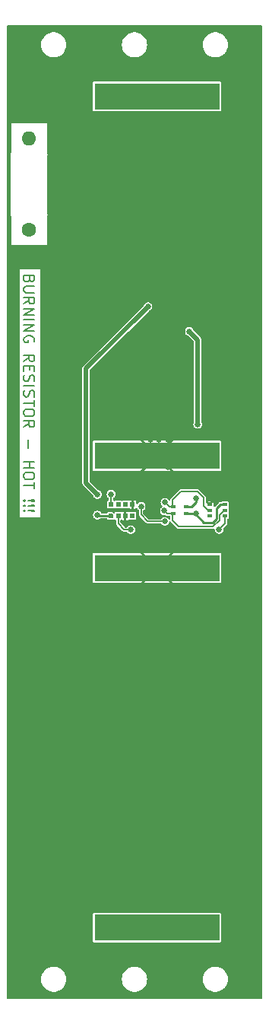
<source format=gbr>
%TF.GenerationSoftware,KiCad,Pcbnew,7.0.5*%
%TF.CreationDate,2023-06-05T00:46:42-04:00*%
%TF.ProjectId,SIDE,53494445-2e6b-4696-9361-645f70636258,rev?*%
%TF.SameCoordinates,Original*%
%TF.FileFunction,Copper,L1,Top*%
%TF.FilePolarity,Positive*%
%FSLAX46Y46*%
G04 Gerber Fmt 4.6, Leading zero omitted, Abs format (unit mm)*
G04 Created by KiCad (PCBNEW 7.0.5) date 2023-06-05 00:46:42*
%MOMM*%
%LPD*%
G01*
G04 APERTURE LIST*
G04 Aperture macros list*
%AMOutline5P*
0 Free polygon, 5 corners , with rotation*
0 The origin of the aperture is its center*
0 number of corners: always 5*
0 $1 to $10 corner X, Y*
0 $11 Rotation angle, in degrees counterclockwise*
0 create outline with 5 corners*
4,1,5,$1,$2,$3,$4,$5,$6,$7,$8,$9,$10,$1,$2,$11*%
%AMOutline6P*
0 Free polygon, 6 corners , with rotation*
0 The origin of the aperture is its center*
0 number of corners: always 6*
0 $1 to $12 corner X, Y*
0 $13 Rotation angle, in degrees counterclockwise*
0 create outline with 6 corners*
4,1,6,$1,$2,$3,$4,$5,$6,$7,$8,$9,$10,$11,$12,$1,$2,$13*%
%AMOutline7P*
0 Free polygon, 7 corners , with rotation*
0 The origin of the aperture is its center*
0 number of corners: always 7*
0 $1 to $14 corner X, Y*
0 $15 Rotation angle, in degrees counterclockwise*
0 create outline with 7 corners*
4,1,7,$1,$2,$3,$4,$5,$6,$7,$8,$9,$10,$11,$12,$13,$14,$1,$2,$15*%
%AMOutline8P*
0 Free polygon, 8 corners , with rotation*
0 The origin of the aperture is its center*
0 number of corners: always 8*
0 $1 to $16 corner X, Y*
0 $17 Rotation angle, in degrees counterclockwise*
0 create outline with 8 corners*
4,1,8,$1,$2,$3,$4,$5,$6,$7,$8,$9,$10,$11,$12,$13,$14,$15,$16,$1,$2,$17*%
G04 Aperture macros list end*
%ADD10C,0.200000*%
%TA.AperFunction,NonConductor*%
%ADD11C,0.200000*%
%TD*%
%TA.AperFunction,SMDPad,CuDef*%
%ADD12R,14.000000X3.000000*%
%TD*%
%TA.AperFunction,SMDPad,CuDef*%
%ADD13Outline5P,-0.287500X0.244000X0.287500X0.244000X0.287500X-0.067100X0.110600X-0.244000X-0.287500X-0.244000X90.000000*%
%TD*%
%TA.AperFunction,SMDPad,CuDef*%
%ADD14R,0.488000X0.575000*%
%TD*%
%TA.AperFunction,SMDPad,CuDef*%
%ADD15R,0.500000X0.300000*%
%TD*%
%TA.AperFunction,ComponentPad*%
%ADD16C,1.600000*%
%TD*%
%TA.AperFunction,ComponentPad*%
%ADD17O,1.600000X1.600000*%
%TD*%
%TA.AperFunction,SMDPad,CuDef*%
%ADD18R,0.550000X0.300000*%
%TD*%
%TA.AperFunction,ViaPad*%
%ADD19C,0.660400*%
%TD*%
%TA.AperFunction,Conductor*%
%ADD20C,0.254000*%
%TD*%
%TA.AperFunction,Conductor*%
%ADD21C,0.152400*%
%TD*%
%TA.AperFunction,Conductor*%
%ADD22C,0.508000*%
%TD*%
G04 APERTURE END LIST*
D10*
D11*
X140005828Y-69817292D02*
X139948685Y-69988720D01*
X139948685Y-69988720D02*
X139891542Y-70045863D01*
X139891542Y-70045863D02*
X139777257Y-70103006D01*
X139777257Y-70103006D02*
X139605828Y-70103006D01*
X139605828Y-70103006D02*
X139491542Y-70045863D01*
X139491542Y-70045863D02*
X139434400Y-69988720D01*
X139434400Y-69988720D02*
X139377257Y-69874435D01*
X139377257Y-69874435D02*
X139377257Y-69417292D01*
X139377257Y-69417292D02*
X140577257Y-69417292D01*
X140577257Y-69417292D02*
X140577257Y-69817292D01*
X140577257Y-69817292D02*
X140520114Y-69931578D01*
X140520114Y-69931578D02*
X140462971Y-69988720D01*
X140462971Y-69988720D02*
X140348685Y-70045863D01*
X140348685Y-70045863D02*
X140234400Y-70045863D01*
X140234400Y-70045863D02*
X140120114Y-69988720D01*
X140120114Y-69988720D02*
X140062971Y-69931578D01*
X140062971Y-69931578D02*
X140005828Y-69817292D01*
X140005828Y-69817292D02*
X140005828Y-69417292D01*
X140577257Y-70617292D02*
X139605828Y-70617292D01*
X139605828Y-70617292D02*
X139491542Y-70674435D01*
X139491542Y-70674435D02*
X139434400Y-70731578D01*
X139434400Y-70731578D02*
X139377257Y-70845863D01*
X139377257Y-70845863D02*
X139377257Y-71074435D01*
X139377257Y-71074435D02*
X139434400Y-71188720D01*
X139434400Y-71188720D02*
X139491542Y-71245863D01*
X139491542Y-71245863D02*
X139605828Y-71303006D01*
X139605828Y-71303006D02*
X140577257Y-71303006D01*
X139377257Y-72560149D02*
X139948685Y-72160149D01*
X139377257Y-71874435D02*
X140577257Y-71874435D01*
X140577257Y-71874435D02*
X140577257Y-72331578D01*
X140577257Y-72331578D02*
X140520114Y-72445863D01*
X140520114Y-72445863D02*
X140462971Y-72503006D01*
X140462971Y-72503006D02*
X140348685Y-72560149D01*
X140348685Y-72560149D02*
X140177257Y-72560149D01*
X140177257Y-72560149D02*
X140062971Y-72503006D01*
X140062971Y-72503006D02*
X140005828Y-72445863D01*
X140005828Y-72445863D02*
X139948685Y-72331578D01*
X139948685Y-72331578D02*
X139948685Y-71874435D01*
X139377257Y-73074435D02*
X140577257Y-73074435D01*
X140577257Y-73074435D02*
X139377257Y-73760149D01*
X139377257Y-73760149D02*
X140577257Y-73760149D01*
X139377257Y-74331578D02*
X140577257Y-74331578D01*
X139377257Y-74903007D02*
X140577257Y-74903007D01*
X140577257Y-74903007D02*
X139377257Y-75588721D01*
X139377257Y-75588721D02*
X140577257Y-75588721D01*
X140520114Y-76788721D02*
X140577257Y-76674436D01*
X140577257Y-76674436D02*
X140577257Y-76503007D01*
X140577257Y-76503007D02*
X140520114Y-76331578D01*
X140520114Y-76331578D02*
X140405828Y-76217293D01*
X140405828Y-76217293D02*
X140291542Y-76160150D01*
X140291542Y-76160150D02*
X140062971Y-76103007D01*
X140062971Y-76103007D02*
X139891542Y-76103007D01*
X139891542Y-76103007D02*
X139662971Y-76160150D01*
X139662971Y-76160150D02*
X139548685Y-76217293D01*
X139548685Y-76217293D02*
X139434400Y-76331578D01*
X139434400Y-76331578D02*
X139377257Y-76503007D01*
X139377257Y-76503007D02*
X139377257Y-76617293D01*
X139377257Y-76617293D02*
X139434400Y-76788721D01*
X139434400Y-76788721D02*
X139491542Y-76845864D01*
X139491542Y-76845864D02*
X139891542Y-76845864D01*
X139891542Y-76845864D02*
X139891542Y-76617293D01*
X139377257Y-78960150D02*
X139948685Y-78560150D01*
X139377257Y-78274436D02*
X140577257Y-78274436D01*
X140577257Y-78274436D02*
X140577257Y-78731579D01*
X140577257Y-78731579D02*
X140520114Y-78845864D01*
X140520114Y-78845864D02*
X140462971Y-78903007D01*
X140462971Y-78903007D02*
X140348685Y-78960150D01*
X140348685Y-78960150D02*
X140177257Y-78960150D01*
X140177257Y-78960150D02*
X140062971Y-78903007D01*
X140062971Y-78903007D02*
X140005828Y-78845864D01*
X140005828Y-78845864D02*
X139948685Y-78731579D01*
X139948685Y-78731579D02*
X139948685Y-78274436D01*
X140005828Y-79474436D02*
X140005828Y-79874436D01*
X139377257Y-80045864D02*
X139377257Y-79474436D01*
X139377257Y-79474436D02*
X140577257Y-79474436D01*
X140577257Y-79474436D02*
X140577257Y-80045864D01*
X139434400Y-80503007D02*
X139377257Y-80674436D01*
X139377257Y-80674436D02*
X139377257Y-80960150D01*
X139377257Y-80960150D02*
X139434400Y-81074436D01*
X139434400Y-81074436D02*
X139491542Y-81131578D01*
X139491542Y-81131578D02*
X139605828Y-81188721D01*
X139605828Y-81188721D02*
X139720114Y-81188721D01*
X139720114Y-81188721D02*
X139834400Y-81131578D01*
X139834400Y-81131578D02*
X139891542Y-81074436D01*
X139891542Y-81074436D02*
X139948685Y-80960150D01*
X139948685Y-80960150D02*
X140005828Y-80731578D01*
X140005828Y-80731578D02*
X140062971Y-80617293D01*
X140062971Y-80617293D02*
X140120114Y-80560150D01*
X140120114Y-80560150D02*
X140234400Y-80503007D01*
X140234400Y-80503007D02*
X140348685Y-80503007D01*
X140348685Y-80503007D02*
X140462971Y-80560150D01*
X140462971Y-80560150D02*
X140520114Y-80617293D01*
X140520114Y-80617293D02*
X140577257Y-80731578D01*
X140577257Y-80731578D02*
X140577257Y-81017293D01*
X140577257Y-81017293D02*
X140520114Y-81188721D01*
X139377257Y-81703007D02*
X140577257Y-81703007D01*
X139434400Y-82217293D02*
X139377257Y-82388722D01*
X139377257Y-82388722D02*
X139377257Y-82674436D01*
X139377257Y-82674436D02*
X139434400Y-82788722D01*
X139434400Y-82788722D02*
X139491542Y-82845864D01*
X139491542Y-82845864D02*
X139605828Y-82903007D01*
X139605828Y-82903007D02*
X139720114Y-82903007D01*
X139720114Y-82903007D02*
X139834400Y-82845864D01*
X139834400Y-82845864D02*
X139891542Y-82788722D01*
X139891542Y-82788722D02*
X139948685Y-82674436D01*
X139948685Y-82674436D02*
X140005828Y-82445864D01*
X140005828Y-82445864D02*
X140062971Y-82331579D01*
X140062971Y-82331579D02*
X140120114Y-82274436D01*
X140120114Y-82274436D02*
X140234400Y-82217293D01*
X140234400Y-82217293D02*
X140348685Y-82217293D01*
X140348685Y-82217293D02*
X140462971Y-82274436D01*
X140462971Y-82274436D02*
X140520114Y-82331579D01*
X140520114Y-82331579D02*
X140577257Y-82445864D01*
X140577257Y-82445864D02*
X140577257Y-82731579D01*
X140577257Y-82731579D02*
X140520114Y-82903007D01*
X140577257Y-83245864D02*
X140577257Y-83931579D01*
X139377257Y-83588721D02*
X140577257Y-83588721D01*
X140577257Y-84560150D02*
X140577257Y-84788722D01*
X140577257Y-84788722D02*
X140520114Y-84903007D01*
X140520114Y-84903007D02*
X140405828Y-85017293D01*
X140405828Y-85017293D02*
X140177257Y-85074436D01*
X140177257Y-85074436D02*
X139777257Y-85074436D01*
X139777257Y-85074436D02*
X139548685Y-85017293D01*
X139548685Y-85017293D02*
X139434400Y-84903007D01*
X139434400Y-84903007D02*
X139377257Y-84788722D01*
X139377257Y-84788722D02*
X139377257Y-84560150D01*
X139377257Y-84560150D02*
X139434400Y-84445865D01*
X139434400Y-84445865D02*
X139548685Y-84331579D01*
X139548685Y-84331579D02*
X139777257Y-84274436D01*
X139777257Y-84274436D02*
X140177257Y-84274436D01*
X140177257Y-84274436D02*
X140405828Y-84331579D01*
X140405828Y-84331579D02*
X140520114Y-84445865D01*
X140520114Y-84445865D02*
X140577257Y-84560150D01*
X139377257Y-86274436D02*
X139948685Y-85874436D01*
X139377257Y-85588722D02*
X140577257Y-85588722D01*
X140577257Y-85588722D02*
X140577257Y-86045865D01*
X140577257Y-86045865D02*
X140520114Y-86160150D01*
X140520114Y-86160150D02*
X140462971Y-86217293D01*
X140462971Y-86217293D02*
X140348685Y-86274436D01*
X140348685Y-86274436D02*
X140177257Y-86274436D01*
X140177257Y-86274436D02*
X140062971Y-86217293D01*
X140062971Y-86217293D02*
X140005828Y-86160150D01*
X140005828Y-86160150D02*
X139948685Y-86045865D01*
X139948685Y-86045865D02*
X139948685Y-85588722D01*
X139834400Y-87703008D02*
X139834400Y-88617294D01*
X139377257Y-90103008D02*
X140577257Y-90103008D01*
X140005828Y-90103008D02*
X140005828Y-90788722D01*
X139377257Y-90788722D02*
X140577257Y-90788722D01*
X140577257Y-91588722D02*
X140577257Y-91817294D01*
X140577257Y-91817294D02*
X140520114Y-91931579D01*
X140520114Y-91931579D02*
X140405828Y-92045865D01*
X140405828Y-92045865D02*
X140177257Y-92103008D01*
X140177257Y-92103008D02*
X139777257Y-92103008D01*
X139777257Y-92103008D02*
X139548685Y-92045865D01*
X139548685Y-92045865D02*
X139434400Y-91931579D01*
X139434400Y-91931579D02*
X139377257Y-91817294D01*
X139377257Y-91817294D02*
X139377257Y-91588722D01*
X139377257Y-91588722D02*
X139434400Y-91474437D01*
X139434400Y-91474437D02*
X139548685Y-91360151D01*
X139548685Y-91360151D02*
X139777257Y-91303008D01*
X139777257Y-91303008D02*
X140177257Y-91303008D01*
X140177257Y-91303008D02*
X140405828Y-91360151D01*
X140405828Y-91360151D02*
X140520114Y-91474437D01*
X140520114Y-91474437D02*
X140577257Y-91588722D01*
X140577257Y-92445865D02*
X140577257Y-93131580D01*
X139377257Y-92788722D02*
X140577257Y-92788722D01*
X139491542Y-94445866D02*
X139434400Y-94503009D01*
X139434400Y-94503009D02*
X139377257Y-94445866D01*
X139377257Y-94445866D02*
X139434400Y-94388723D01*
X139434400Y-94388723D02*
X139491542Y-94445866D01*
X139491542Y-94445866D02*
X139377257Y-94445866D01*
X139834400Y-94445866D02*
X140520114Y-94388723D01*
X140520114Y-94388723D02*
X140577257Y-94445866D01*
X140577257Y-94445866D02*
X140520114Y-94503009D01*
X140520114Y-94503009D02*
X139834400Y-94445866D01*
X139834400Y-94445866D02*
X140577257Y-94445866D01*
X139491542Y-95017295D02*
X139434400Y-95074438D01*
X139434400Y-95074438D02*
X139377257Y-95017295D01*
X139377257Y-95017295D02*
X139434400Y-94960152D01*
X139434400Y-94960152D02*
X139491542Y-95017295D01*
X139491542Y-95017295D02*
X139377257Y-95017295D01*
X139834400Y-95017295D02*
X140520114Y-94960152D01*
X140520114Y-94960152D02*
X140577257Y-95017295D01*
X140577257Y-95017295D02*
X140520114Y-95074438D01*
X140520114Y-95074438D02*
X139834400Y-95017295D01*
X139834400Y-95017295D02*
X140577257Y-95017295D01*
X139491542Y-95588724D02*
X139434400Y-95645867D01*
X139434400Y-95645867D02*
X139377257Y-95588724D01*
X139377257Y-95588724D02*
X139434400Y-95531581D01*
X139434400Y-95531581D02*
X139491542Y-95588724D01*
X139491542Y-95588724D02*
X139377257Y-95588724D01*
X139834400Y-95588724D02*
X140520114Y-95531581D01*
X140520114Y-95531581D02*
X140577257Y-95588724D01*
X140577257Y-95588724D02*
X140520114Y-95645867D01*
X140520114Y-95645867D02*
X139834400Y-95588724D01*
X139834400Y-95588724D02*
X140577257Y-95588724D01*
D12*
%TO.P,SC2,1,+*%
%TO.N,Net-(D2-A)*%
X154220000Y-141958022D03*
%TO.P,SC2,2,-*%
%TO.N,GND*%
X154220000Y-101958022D03*
%TD*%
D13*
%TO.P,U1,1,VDD*%
%TO.N,+1V8*%
X149102500Y-96161022D03*
D14*
%TO.P,U1,2,SCL*%
%TO.N,/SCL_1.8*%
X149902500Y-96161022D03*
%TO.P,U1,3,GND*%
%TO.N,GND*%
X150702500Y-96161022D03*
%TO.P,U1,4,LDR*%
%TO.N,unconnected-(U1-LDR-Pad4)*%
X151502500Y-96161022D03*
%TO.P,U1,5,PGND*%
%TO.N,GND*%
X151502500Y-94885022D03*
%TO.P,U1,6,GPIO*%
%TO.N,unconnected-(U1-GPIO-Pad6)*%
X150702500Y-94885022D03*
%TO.P,U1,7,INT*%
%TO.N,unconnected-(U1-INT-Pad7)*%
X149902500Y-94885022D03*
%TO.P,U1,8,SDA*%
%TO.N,/SDA_1.8*%
X149102500Y-94885022D03*
%TD*%
D12*
%TO.P,SC1,1,+*%
%TO.N,Net-(D1-A)*%
X154220000Y-49468022D03*
%TO.P,SC1,2,-*%
%TO.N,GND*%
X154220000Y-89468022D03*
%TD*%
D15*
%TO.P,U3,1,SDA*%
%TO.N,/SDA*%
X156060000Y-95123022D03*
%TO.P,U3,2,SCL*%
%TO.N,/SCL*%
X156060000Y-95923022D03*
%TO.P,U3,3,VDD*%
%TO.N,+3V3*%
X157460000Y-95923022D03*
%TO.P,U3,4,VSS*%
%TO.N,GND*%
X157460000Y-95123022D03*
%TD*%
D16*
%TO.P,R6,1*%
%TO.N,/BR+*%
X139970000Y-64330000D03*
D17*
%TO.P,R6,2*%
%TO.N,/BR-*%
X139970000Y-54170000D03*
%TD*%
D18*
%TO.P,IC1,1,GND*%
%TO.N,GND*%
X160070000Y-94873022D03*
%TO.P,IC1,2,SDA*%
%TO.N,/SDA*%
X160070000Y-95523022D03*
%TO.P,IC1,3,INT*%
%TO.N,unconnected-(IC1-INT-Pad3)*%
X160070000Y-96173022D03*
%TO.P,IC1,4,ADDR*%
%TO.N,Net-(IC1-ADDR)*%
X161820000Y-96173022D03*
%TO.P,IC1,5,SCL*%
%TO.N,/SCL*%
X161820000Y-95523022D03*
%TO.P,IC1,6,VDD*%
%TO.N,+3V3*%
X161820000Y-94873022D03*
%TD*%
D19*
%TO.N,+3V3*%
X155100000Y-96758022D03*
X157840000Y-75628022D03*
X158580000Y-95920522D03*
X152460000Y-95098022D03*
X158760000Y-85948022D03*
%TO.N,GND*%
X159970000Y-124718022D03*
X144970000Y-74718022D03*
X164970000Y-64718022D03*
X155470000Y-91718022D03*
X164970000Y-89718022D03*
X154470000Y-88718022D03*
X164970000Y-74718022D03*
X164970000Y-99718022D03*
X159970000Y-109718022D03*
X164970000Y-139718022D03*
X159970000Y-119718022D03*
X155470000Y-88718022D03*
X155470000Y-85718022D03*
X164970000Y-104718022D03*
X154470000Y-87718022D03*
X164970000Y-84718022D03*
X155470000Y-87718022D03*
X154470000Y-86718022D03*
X159970000Y-139718022D03*
X154720000Y-59718022D03*
X164970000Y-79718022D03*
X164970000Y-69718022D03*
X153470000Y-87718022D03*
X154970000Y-114718022D03*
X159970000Y-54718022D03*
X164970000Y-59718022D03*
X164970000Y-94718022D03*
X154970000Y-129718022D03*
X144970000Y-79718022D03*
X155470000Y-90718022D03*
X155470000Y-89718022D03*
X159970000Y-84718022D03*
X149970000Y-119718022D03*
X164970000Y-54718022D03*
X152470000Y-88718022D03*
X159970000Y-79718022D03*
X164970000Y-124718022D03*
X164970000Y-129718022D03*
X159970000Y-134718022D03*
X149970000Y-114718022D03*
X164970000Y-114718022D03*
X159970000Y-59718022D03*
X158580000Y-94198022D03*
X156220000Y-65000000D03*
X159970000Y-74718022D03*
X154720000Y-54718022D03*
X159720000Y-69500000D03*
X154970000Y-124718022D03*
X149970000Y-109718022D03*
X159970000Y-114718022D03*
X159970000Y-104718022D03*
X154970000Y-119718022D03*
X154970000Y-109718022D03*
X153470000Y-88718022D03*
X164970000Y-109718022D03*
X164970000Y-134718022D03*
X164970000Y-119718022D03*
X149970000Y-124718022D03*
X155470000Y-86718022D03*
X149970000Y-104718022D03*
X154970000Y-104718022D03*
X144970000Y-84718022D03*
%TO.N,/SDA_1.8*%
X149100000Y-93740522D03*
%TO.N,/SCL_1.8*%
X151307500Y-97688022D03*
%TO.N,+1V8*%
X147587500Y-96048022D03*
X147587500Y-93758022D03*
X153220000Y-72858022D03*
%TO.N,/SDA*%
X155120000Y-94648022D03*
%TO.N,/SCL*%
X155050000Y-95578022D03*
%TO.N,Net-(D1-A)*%
X155220000Y-49968022D03*
X159220000Y-49968022D03*
X151220000Y-49968022D03*
X160220000Y-48968022D03*
X150220000Y-48968022D03*
X154220000Y-48968022D03*
X158220000Y-48968022D03*
X152220000Y-48968022D03*
X153220000Y-49968022D03*
X156220000Y-48968022D03*
X149220000Y-49968022D03*
X157220000Y-49968022D03*
X148220000Y-48968022D03*
%TO.N,Net-(D2-A)*%
X159220000Y-142468022D03*
X157220000Y-142468022D03*
X158220000Y-141468022D03*
X153220000Y-142468022D03*
X151220000Y-142468022D03*
X155220000Y-142468022D03*
X148220000Y-141468022D03*
X152220000Y-141468022D03*
X154220000Y-141468022D03*
X149220000Y-142468022D03*
X150220000Y-141468022D03*
X156220000Y-141468022D03*
X160220000Y-141468022D03*
%TO.N,Net-(IC1-ADDR)*%
X161150000Y-97688022D03*
%TD*%
D20*
%TO.N,+3V3*%
X159460000Y-96878022D02*
X160400000Y-96878022D01*
D21*
X152460000Y-95098022D02*
X152460000Y-96018022D01*
D20*
X160834400Y-95329622D02*
X161291000Y-94873022D01*
X160400000Y-96878022D02*
X160834400Y-96443622D01*
X161291000Y-94873022D02*
X161820000Y-94873022D01*
X158580000Y-95920522D02*
X158580000Y-95998022D01*
D21*
X153200000Y-96758022D02*
X152460000Y-96018022D01*
D20*
X158577500Y-95923022D02*
X158580000Y-95920522D01*
X160834400Y-96443622D02*
X160834400Y-95329622D01*
D21*
X155100000Y-96758022D02*
X153200000Y-96758022D01*
D22*
X158760000Y-76548022D02*
X158760000Y-85948022D01*
D20*
X158580000Y-95998022D02*
X159460000Y-96878022D01*
X157460000Y-95923022D02*
X158577500Y-95923022D01*
D22*
X157840000Y-75628022D02*
X158760000Y-76548022D01*
D20*
%TO.N,GND*%
X158580000Y-94620000D02*
X158580000Y-94198022D01*
X158076978Y-95123022D02*
X158580000Y-94620000D01*
X157460000Y-95123022D02*
X158076978Y-95123022D01*
D21*
%TO.N,/SDA_1.8*%
X149102500Y-94885022D02*
X149102500Y-93743022D01*
X149102500Y-93743022D02*
X149100000Y-93740522D01*
%TO.N,/SCL_1.8*%
X149902500Y-96161022D02*
X149902500Y-97020522D01*
X150570000Y-97688022D02*
X151307500Y-97688022D01*
X149902500Y-97020522D02*
X150570000Y-97688022D01*
D22*
%TO.N,+1V8*%
X146320000Y-92490522D02*
X146320000Y-79758022D01*
D20*
X147700500Y-96161022D02*
X147587500Y-96048022D01*
D22*
X147587500Y-93758022D02*
X146320000Y-92490522D01*
D20*
X149102500Y-96161022D02*
X147700500Y-96161022D01*
D22*
X146320000Y-79758022D02*
X153220000Y-72858022D01*
D21*
%TO.N,/SDA*%
X156880000Y-93438022D02*
X158740000Y-93438022D01*
X156060000Y-95123022D02*
X155595000Y-95123022D01*
X155933800Y-94384222D02*
X156880000Y-93438022D01*
X155933800Y-95004586D02*
X155933800Y-94384222D01*
X159915000Y-95523022D02*
X160070000Y-95523022D01*
X156060000Y-95123022D02*
X156052236Y-95123022D01*
X158740000Y-93438022D02*
X159410000Y-94108022D01*
X159410000Y-95018022D02*
X159915000Y-95523022D01*
X159410000Y-94108022D02*
X159410000Y-95018022D01*
X156052236Y-95123022D02*
X155933800Y-95004586D01*
X155595000Y-95123022D02*
X155120000Y-94648022D01*
%TO.N,/SCL*%
X161695000Y-95523022D02*
X161190000Y-96028022D01*
X160460000Y-97358022D02*
X156640000Y-97358022D01*
X156640000Y-97358022D02*
X155920000Y-96638022D01*
X155395000Y-95923022D02*
X155050000Y-95578022D01*
X155920000Y-96638022D02*
X155920000Y-96055258D01*
X161820000Y-95523022D02*
X161695000Y-95523022D01*
X156060000Y-95923022D02*
X155395000Y-95923022D01*
X161190000Y-96028022D02*
X161190000Y-96628022D01*
X155920000Y-96055258D02*
X156052236Y-95923022D01*
X161190000Y-96628022D02*
X160460000Y-97358022D01*
X156052236Y-95923022D02*
X156060000Y-95923022D01*
%TO.N,Net-(IC1-ADDR)*%
X161820000Y-97018022D02*
X161150000Y-97688022D01*
X161820000Y-96173022D02*
X161820000Y-97018022D01*
%TD*%
%TA.AperFunction,Conductor*%
%TO.N,GND*%
G36*
X165885569Y-41542401D02*
G01*
X165913461Y-41590711D01*
X165914700Y-41604872D01*
X165914700Y-149831172D01*
X165895621Y-149883591D01*
X165847311Y-149911483D01*
X165833150Y-149912722D01*
X137606850Y-149912722D01*
X137554431Y-149893643D01*
X137526539Y-149845333D01*
X137525300Y-149831172D01*
X137525300Y-147718028D01*
X141309884Y-147718028D01*
X141329115Y-147950116D01*
X141386287Y-148175882D01*
X141386289Y-148175888D01*
X141479840Y-148389163D01*
X141607224Y-148584139D01*
X141764949Y-148755473D01*
X141764954Y-148755478D01*
X141948740Y-148898524D01*
X141948742Y-148898525D01*
X141948746Y-148898528D01*
X142153559Y-149009367D01*
X142153563Y-149009369D01*
X142153570Y-149009371D01*
X142153569Y-149009371D01*
X142373833Y-149084988D01*
X142373835Y-149084988D01*
X142373837Y-149084989D01*
X142603554Y-149123322D01*
X142603559Y-149123322D01*
X142836441Y-149123322D01*
X142836446Y-149123322D01*
X143066163Y-149084989D01*
X143286437Y-149009369D01*
X143491260Y-148898524D01*
X143675046Y-148755478D01*
X143759475Y-148663763D01*
X143832775Y-148584139D01*
X143832776Y-148584137D01*
X143832780Y-148584133D01*
X143960160Y-148389163D01*
X144053712Y-148175886D01*
X144110884Y-147950119D01*
X144130116Y-147718028D01*
X150309884Y-147718028D01*
X150329115Y-147950116D01*
X150386287Y-148175882D01*
X150386289Y-148175888D01*
X150479840Y-148389163D01*
X150607224Y-148584139D01*
X150764949Y-148755473D01*
X150764954Y-148755478D01*
X150948740Y-148898524D01*
X150948742Y-148898525D01*
X150948746Y-148898528D01*
X151153559Y-149009367D01*
X151153563Y-149009369D01*
X151153570Y-149009371D01*
X151153569Y-149009371D01*
X151373833Y-149084988D01*
X151373835Y-149084988D01*
X151373837Y-149084989D01*
X151603554Y-149123322D01*
X151603559Y-149123322D01*
X151836441Y-149123322D01*
X151836446Y-149123322D01*
X152066163Y-149084989D01*
X152286437Y-149009369D01*
X152491260Y-148898524D01*
X152675046Y-148755478D01*
X152759475Y-148663763D01*
X152832775Y-148584139D01*
X152832776Y-148584137D01*
X152832780Y-148584133D01*
X152960160Y-148389163D01*
X153053712Y-148175886D01*
X153110884Y-147950119D01*
X153130116Y-147718028D01*
X159309884Y-147718028D01*
X159329115Y-147950116D01*
X159386287Y-148175882D01*
X159386289Y-148175888D01*
X159479840Y-148389163D01*
X159607224Y-148584139D01*
X159764949Y-148755473D01*
X159764954Y-148755478D01*
X159948740Y-148898524D01*
X159948742Y-148898525D01*
X159948746Y-148898528D01*
X160153559Y-149009367D01*
X160153563Y-149009369D01*
X160153570Y-149009371D01*
X160153569Y-149009371D01*
X160373833Y-149084988D01*
X160373835Y-149084988D01*
X160373837Y-149084989D01*
X160603554Y-149123322D01*
X160603559Y-149123322D01*
X160836441Y-149123322D01*
X160836446Y-149123322D01*
X161066163Y-149084989D01*
X161286437Y-149009369D01*
X161491260Y-148898524D01*
X161675046Y-148755478D01*
X161759475Y-148663763D01*
X161832775Y-148584139D01*
X161832776Y-148584137D01*
X161832780Y-148584133D01*
X161960160Y-148389163D01*
X162053712Y-148175886D01*
X162110884Y-147950119D01*
X162130116Y-147718022D01*
X162130116Y-147718015D01*
X162110884Y-147485927D01*
X162110884Y-147485925D01*
X162053712Y-147260158D01*
X161960160Y-147046881D01*
X161832780Y-146851911D01*
X161832778Y-146851909D01*
X161832775Y-146851904D01*
X161675050Y-146680570D01*
X161675047Y-146680567D01*
X161675046Y-146680566D01*
X161491260Y-146537520D01*
X161491258Y-146537518D01*
X161491253Y-146537515D01*
X161286440Y-146426676D01*
X161286430Y-146426672D01*
X161066166Y-146351055D01*
X160836448Y-146312722D01*
X160836446Y-146312722D01*
X160603554Y-146312722D01*
X160603551Y-146312722D01*
X160373833Y-146351055D01*
X160153569Y-146426672D01*
X160153559Y-146426676D01*
X159948746Y-146537515D01*
X159764952Y-146680567D01*
X159764949Y-146680570D01*
X159607224Y-146851904D01*
X159479840Y-147046880D01*
X159386289Y-147260155D01*
X159386287Y-147260161D01*
X159329115Y-147485927D01*
X159309884Y-147718015D01*
X159309884Y-147718028D01*
X153130116Y-147718028D01*
X153130116Y-147718022D01*
X153130116Y-147718015D01*
X153110884Y-147485927D01*
X153110884Y-147485925D01*
X153053712Y-147260158D01*
X152960160Y-147046881D01*
X152832780Y-146851911D01*
X152832778Y-146851909D01*
X152832775Y-146851904D01*
X152675050Y-146680570D01*
X152675047Y-146680567D01*
X152675046Y-146680566D01*
X152491260Y-146537520D01*
X152491258Y-146537518D01*
X152491253Y-146537515D01*
X152286440Y-146426676D01*
X152286430Y-146426672D01*
X152066166Y-146351055D01*
X151836448Y-146312722D01*
X151836446Y-146312722D01*
X151603554Y-146312722D01*
X151603551Y-146312722D01*
X151373833Y-146351055D01*
X151153569Y-146426672D01*
X151153559Y-146426676D01*
X150948746Y-146537515D01*
X150764952Y-146680567D01*
X150764949Y-146680570D01*
X150607224Y-146851904D01*
X150479840Y-147046880D01*
X150386289Y-147260155D01*
X150386287Y-147260161D01*
X150329115Y-147485927D01*
X150309884Y-147718015D01*
X150309884Y-147718028D01*
X144130116Y-147718028D01*
X144130116Y-147718022D01*
X144130116Y-147718015D01*
X144110884Y-147485927D01*
X144110884Y-147485925D01*
X144053712Y-147260158D01*
X143960160Y-147046881D01*
X143832780Y-146851911D01*
X143832778Y-146851909D01*
X143832775Y-146851904D01*
X143675050Y-146680570D01*
X143675047Y-146680567D01*
X143675046Y-146680566D01*
X143491260Y-146537520D01*
X143491258Y-146537518D01*
X143491253Y-146537515D01*
X143286440Y-146426676D01*
X143286430Y-146426672D01*
X143066166Y-146351055D01*
X142836448Y-146312722D01*
X142836446Y-146312722D01*
X142603554Y-146312722D01*
X142603551Y-146312722D01*
X142373833Y-146351055D01*
X142153569Y-146426672D01*
X142153559Y-146426676D01*
X141948746Y-146537515D01*
X141764952Y-146680567D01*
X141764949Y-146680570D01*
X141607224Y-146851904D01*
X141479840Y-147046880D01*
X141386289Y-147260155D01*
X141386287Y-147260161D01*
X141329115Y-147485927D01*
X141309884Y-147718015D01*
X141309884Y-147718028D01*
X137525300Y-147718028D01*
X137525300Y-143473074D01*
X147067100Y-143473074D01*
X147067101Y-143473084D01*
X147075971Y-143517677D01*
X147075972Y-143517680D01*
X147109766Y-143568256D01*
X147109769Y-143568258D01*
X147160340Y-143602049D01*
X147160342Y-143602050D01*
X147204943Y-143610922D01*
X161235056Y-143610921D01*
X161235060Y-143610920D01*
X161235062Y-143610920D01*
X161245975Y-143608749D01*
X161279658Y-143602050D01*
X161330234Y-143568256D01*
X161364028Y-143517680D01*
X161372900Y-143473079D01*
X161372899Y-140442966D01*
X161364028Y-140398364D01*
X161330234Y-140347788D01*
X161330230Y-140347785D01*
X161279659Y-140313994D01*
X161235058Y-140305122D01*
X147204947Y-140305122D01*
X147204937Y-140305123D01*
X147160344Y-140313993D01*
X147160338Y-140313996D01*
X147109769Y-140347785D01*
X147109763Y-140347791D01*
X147075972Y-140398362D01*
X147067100Y-140442962D01*
X147067100Y-143473074D01*
X137525300Y-143473074D01*
X137525300Y-103475528D01*
X147042200Y-103475528D01*
X147042201Y-103475533D01*
X147052516Y-103527396D01*
X147091813Y-103586206D01*
X147091817Y-103586210D01*
X147150625Y-103625505D01*
X147150627Y-103625506D01*
X147202487Y-103635821D01*
X152362593Y-103635821D01*
X152721806Y-103635821D01*
X155718193Y-103635821D01*
X154219999Y-102137627D01*
X152721806Y-103635821D01*
X152362593Y-103635821D01*
X154040393Y-101958021D01*
X154399605Y-101958021D01*
X156077405Y-103635821D01*
X161237506Y-103635821D01*
X161237511Y-103635820D01*
X161289374Y-103625505D01*
X161348184Y-103586208D01*
X161348188Y-103586204D01*
X161387483Y-103527396D01*
X161387484Y-103527394D01*
X161397799Y-103475537D01*
X161397799Y-100440515D01*
X161397798Y-100440510D01*
X161387483Y-100388647D01*
X161348186Y-100329837D01*
X161348182Y-100329833D01*
X161289374Y-100290538D01*
X161289372Y-100290537D01*
X161237515Y-100280222D01*
X156077405Y-100280222D01*
X154399605Y-101958021D01*
X154040393Y-101958021D01*
X152362594Y-100280222D01*
X152721806Y-100280222D01*
X154219999Y-101778415D01*
X155718193Y-100280222D01*
X152721806Y-100280222D01*
X152362594Y-100280222D01*
X147202493Y-100280222D01*
X147202488Y-100280223D01*
X147150625Y-100290538D01*
X147091815Y-100329835D01*
X147091811Y-100329839D01*
X147052516Y-100388647D01*
X147052515Y-100388649D01*
X147042200Y-100440506D01*
X147042200Y-103475528D01*
X137525300Y-103475528D01*
X137525300Y-68675671D01*
X138895671Y-68675671D01*
X138895671Y-96327190D01*
X138895672Y-96327190D01*
X141244328Y-96327190D01*
X141244329Y-96327190D01*
X141244329Y-96048022D01*
X147099432Y-96048022D01*
X147119201Y-96185525D01*
X147119203Y-96185530D01*
X147166630Y-96289379D01*
X147176911Y-96311891D01*
X147267883Y-96416879D01*
X147284421Y-96427507D01*
X147384743Y-96491981D01*
X147384745Y-96491982D01*
X147384746Y-96491982D01*
X147384749Y-96491984D01*
X147518041Y-96531122D01*
X147518042Y-96531122D01*
X147656958Y-96531122D01*
X147656959Y-96531122D01*
X147790251Y-96491984D01*
X147849561Y-96453867D01*
X147893650Y-96440922D01*
X148634168Y-96440922D01*
X148686587Y-96460001D01*
X148710850Y-96500988D01*
X148711400Y-96500761D01*
X148712994Y-96504610D01*
X148714150Y-96506563D01*
X148714472Y-96508180D01*
X148714473Y-96508181D01*
X148714474Y-96508183D01*
X148745737Y-96554972D01*
X148748266Y-96558756D01*
X148748269Y-96558758D01*
X148798840Y-96592549D01*
X148798842Y-96592550D01*
X148843443Y-96601422D01*
X149361556Y-96601421D01*
X149361560Y-96601420D01*
X149361562Y-96601420D01*
X149372475Y-96599249D01*
X149406158Y-96592550D01*
X149456734Y-96558756D01*
X149456735Y-96558753D01*
X149457191Y-96558449D01*
X149511376Y-96545190D01*
X149547806Y-96558449D01*
X149598840Y-96592549D01*
X149598842Y-96592550D01*
X149607235Y-96594219D01*
X149607760Y-96594324D01*
X149655450Y-96623263D01*
X149673400Y-96674307D01*
X149673400Y-97013468D01*
X149673344Y-97015602D01*
X149671165Y-97057157D01*
X149671166Y-97057162D01*
X149679854Y-97079795D01*
X149683488Y-97092062D01*
X149688531Y-97115787D01*
X149693113Y-97122094D01*
X149703270Y-97140799D01*
X149706067Y-97148084D01*
X149706068Y-97148086D01*
X149723219Y-97165238D01*
X149731524Y-97174961D01*
X149745778Y-97194580D01*
X149752526Y-97198476D01*
X149769418Y-97211436D01*
X150403012Y-97845031D01*
X150404482Y-97846580D01*
X150432330Y-97877508D01*
X150454483Y-97887371D01*
X150465718Y-97893471D01*
X150486064Y-97906684D01*
X150493762Y-97907903D01*
X150514177Y-97913949D01*
X150521303Y-97917122D01*
X150545553Y-97917122D01*
X150558308Y-97918125D01*
X150582259Y-97921919D01*
X150589792Y-97919900D01*
X150610897Y-97917122D01*
X150830037Y-97917122D01*
X150882456Y-97936201D01*
X150892692Y-97947829D01*
X150893092Y-97947483D01*
X150896910Y-97951889D01*
X150896911Y-97951891D01*
X150987883Y-98056879D01*
X150987885Y-98056880D01*
X151104743Y-98131981D01*
X151104745Y-98131982D01*
X151104746Y-98131982D01*
X151104749Y-98131984D01*
X151238041Y-98171122D01*
X151238042Y-98171122D01*
X151376958Y-98171122D01*
X151376959Y-98171122D01*
X151510251Y-98131984D01*
X151627117Y-98056879D01*
X151718089Y-97951891D01*
X151775798Y-97825527D01*
X151795568Y-97688022D01*
X151775798Y-97550517D01*
X151718089Y-97424153D01*
X151627117Y-97319165D01*
X151627114Y-97319163D01*
X151510256Y-97244062D01*
X151510254Y-97244061D01*
X151500245Y-97241122D01*
X151376959Y-97204922D01*
X151238041Y-97204922D01*
X151154433Y-97229471D01*
X151104745Y-97244061D01*
X151104743Y-97244062D01*
X150987885Y-97319163D01*
X150987883Y-97319164D01*
X150987883Y-97319165D01*
X150896911Y-97424153D01*
X150896910Y-97424154D01*
X150893092Y-97428561D01*
X150891321Y-97427027D01*
X150854263Y-97455240D01*
X150830037Y-97458922D01*
X150698676Y-97458922D01*
X150646257Y-97439843D01*
X150641011Y-97435036D01*
X150155485Y-96949509D01*
X150131910Y-96898952D01*
X150131600Y-96891845D01*
X150131600Y-96674306D01*
X150150679Y-96621887D01*
X150197240Y-96594323D01*
X150206158Y-96592550D01*
X150234784Y-96573422D01*
X150288967Y-96560164D01*
X150325397Y-96573423D01*
X150389124Y-96616005D01*
X150389127Y-96616006D01*
X150440987Y-96626321D01*
X150575500Y-96626321D01*
X150575500Y-95695723D01*
X150575499Y-95695722D01*
X150829500Y-95695722D01*
X150829500Y-96626320D01*
X150829501Y-96626321D01*
X150964006Y-96626321D01*
X150964011Y-96626320D01*
X151015875Y-96616005D01*
X151015877Y-96616004D01*
X151079601Y-96573424D01*
X151133785Y-96560164D01*
X151170216Y-96573422D01*
X151198842Y-96592550D01*
X151243443Y-96601422D01*
X151761556Y-96601421D01*
X151761560Y-96601420D01*
X151761562Y-96601420D01*
X151772475Y-96599249D01*
X151806158Y-96592550D01*
X151856734Y-96558756D01*
X151890528Y-96508180D01*
X151899400Y-96463579D01*
X151899399Y-95858466D01*
X151890528Y-95813864D01*
X151856734Y-95763288D01*
X151856730Y-95763285D01*
X151806159Y-95729494D01*
X151761558Y-95720622D01*
X151243447Y-95720622D01*
X151243437Y-95720623D01*
X151198844Y-95729493D01*
X151198836Y-95729497D01*
X151170214Y-95748621D01*
X151116029Y-95761879D01*
X151079602Y-95748620D01*
X151015875Y-95706038D01*
X151015872Y-95706037D01*
X150964015Y-95695722D01*
X150829500Y-95695722D01*
X150575499Y-95695722D01*
X150440993Y-95695722D01*
X150440988Y-95695723D01*
X150389124Y-95706038D01*
X150389123Y-95706038D01*
X150325397Y-95748620D01*
X150271212Y-95761879D01*
X150234783Y-95748620D01*
X150206159Y-95729494D01*
X150161558Y-95720622D01*
X149643447Y-95720622D01*
X149643437Y-95720623D01*
X149598844Y-95729493D01*
X149598838Y-95729496D01*
X149548269Y-95763285D01*
X149548263Y-95763291D01*
X149514472Y-95813861D01*
X149512996Y-95821284D01*
X149484055Y-95868973D01*
X149431232Y-95886903D01*
X149379242Y-95866683D01*
X149375349Y-95863037D01*
X149267070Y-95754759D01*
X149257882Y-95748620D01*
X149229258Y-95729494D01*
X149229253Y-95729493D01*
X149184658Y-95720622D01*
X148843447Y-95720622D01*
X148843437Y-95720623D01*
X148798844Y-95729493D01*
X148798838Y-95729496D01*
X148748269Y-95763285D01*
X148748263Y-95763291D01*
X148714472Y-95813862D01*
X148714150Y-95815483D01*
X148713050Y-95817295D01*
X148711399Y-95821282D01*
X148710785Y-95821027D01*
X148685210Y-95863172D01*
X148634167Y-95881122D01*
X148094782Y-95881122D01*
X148042363Y-95862043D01*
X148020602Y-95833449D01*
X148015046Y-95821284D01*
X147998089Y-95784153D01*
X147907117Y-95679165D01*
X147881634Y-95662788D01*
X147790256Y-95604062D01*
X147790254Y-95604061D01*
X147779036Y-95600767D01*
X147656959Y-95564922D01*
X147518041Y-95564922D01*
X147473423Y-95578023D01*
X147384745Y-95604061D01*
X147384743Y-95604062D01*
X147267885Y-95679163D01*
X147267883Y-95679164D01*
X147267883Y-95679165D01*
X147202382Y-95754758D01*
X147176911Y-95784153D01*
X147176909Y-95784156D01*
X147119203Y-95910513D01*
X147119201Y-95910518D01*
X147099432Y-96048022D01*
X141244329Y-96048022D01*
X141244329Y-92554968D01*
X145913100Y-92554968D01*
X145921134Y-92579695D01*
X145924121Y-92592135D01*
X145928190Y-92617827D01*
X145939995Y-92640994D01*
X145944892Y-92652817D01*
X145952929Y-92677553D01*
X145952930Y-92677554D01*
X145968215Y-92698591D01*
X145974900Y-92709499D01*
X145986708Y-92732673D01*
X146009633Y-92755598D01*
X146009634Y-92755599D01*
X147094911Y-93840876D01*
X147117966Y-93886933D01*
X147119202Y-93895527D01*
X147172739Y-94012757D01*
X147176911Y-94021891D01*
X147267883Y-94126879D01*
X147267885Y-94126880D01*
X147384743Y-94201981D01*
X147384745Y-94201982D01*
X147384746Y-94201982D01*
X147384749Y-94201984D01*
X147518041Y-94241122D01*
X147518042Y-94241122D01*
X147656958Y-94241122D01*
X147656959Y-94241122D01*
X147790251Y-94201984D01*
X147907117Y-94126879D01*
X147998089Y-94021891D01*
X148055798Y-93895527D01*
X148075568Y-93758022D01*
X148073052Y-93740521D01*
X148611932Y-93740521D01*
X148631701Y-93878025D01*
X148631703Y-93878030D01*
X148678481Y-93980458D01*
X148689411Y-94004391D01*
X148780383Y-94109379D01*
X148835939Y-94145082D01*
X148869722Y-94189471D01*
X148873400Y-94213686D01*
X148873400Y-94371737D01*
X148854321Y-94424156D01*
X148807762Y-94451719D01*
X148798847Y-94453493D01*
X148798842Y-94453494D01*
X148798838Y-94453496D01*
X148748269Y-94487285D01*
X148748263Y-94487291D01*
X148714472Y-94537862D01*
X148705600Y-94582462D01*
X148705600Y-95187574D01*
X148705601Y-95187584D01*
X148714471Y-95232177D01*
X148714474Y-95232183D01*
X148734708Y-95262466D01*
X148748266Y-95282756D01*
X148748269Y-95282758D01*
X148798840Y-95316549D01*
X148798842Y-95316550D01*
X148843443Y-95325422D01*
X149361556Y-95325421D01*
X149361560Y-95325420D01*
X149361562Y-95325420D01*
X149372475Y-95323249D01*
X149406158Y-95316550D01*
X149456734Y-95282756D01*
X149456735Y-95282753D01*
X149457191Y-95282449D01*
X149511376Y-95269190D01*
X149547806Y-95282449D01*
X149598840Y-95316549D01*
X149598842Y-95316550D01*
X149643443Y-95325422D01*
X150161556Y-95325421D01*
X150161560Y-95325420D01*
X150161562Y-95325420D01*
X150172475Y-95323249D01*
X150206158Y-95316550D01*
X150256734Y-95282756D01*
X150256735Y-95282753D01*
X150257191Y-95282449D01*
X150311376Y-95269190D01*
X150347806Y-95282449D01*
X150398840Y-95316549D01*
X150398842Y-95316550D01*
X150443443Y-95325422D01*
X150961556Y-95325421D01*
X150961560Y-95325420D01*
X150961562Y-95325420D01*
X150972475Y-95323249D01*
X151006158Y-95316550D01*
X151034784Y-95297422D01*
X151088967Y-95284164D01*
X151125397Y-95297423D01*
X151189124Y-95340005D01*
X151189127Y-95340006D01*
X151240987Y-95350321D01*
X151375500Y-95350321D01*
X151375500Y-95350319D01*
X151629500Y-95350319D01*
X151629501Y-95350321D01*
X151764006Y-95350321D01*
X151764011Y-95350320D01*
X151815874Y-95340005D01*
X151874684Y-95300708D01*
X151874687Y-95300705D01*
X151880635Y-95291804D01*
X151925621Y-95258818D01*
X151981285Y-95262466D01*
X152021582Y-95301041D01*
X152022622Y-95303232D01*
X152049410Y-95361890D01*
X152049411Y-95361891D01*
X152140383Y-95466879D01*
X152193439Y-95500975D01*
X152227222Y-95545364D01*
X152230900Y-95569579D01*
X152230900Y-96010968D01*
X152230844Y-96013102D01*
X152228665Y-96054657D01*
X152228666Y-96054662D01*
X152237354Y-96077295D01*
X152240988Y-96089562D01*
X152246031Y-96113287D01*
X152250613Y-96119594D01*
X152260770Y-96138299D01*
X152263567Y-96145584D01*
X152263568Y-96145586D01*
X152280719Y-96162738D01*
X152289024Y-96172461D01*
X152303278Y-96192080D01*
X152310026Y-96195976D01*
X152326918Y-96208936D01*
X153033021Y-96915041D01*
X153034491Y-96916590D01*
X153061881Y-96947010D01*
X153062330Y-96947508D01*
X153084484Y-96957372D01*
X153095721Y-96963473D01*
X153116064Y-96976683D01*
X153123763Y-96977902D01*
X153144171Y-96983947D01*
X153147127Y-96985263D01*
X153151303Y-96987122D01*
X153175553Y-96987122D01*
X153188310Y-96988125D01*
X153212258Y-96991919D01*
X153219791Y-96989900D01*
X153240896Y-96987122D01*
X154622537Y-96987122D01*
X154674956Y-97006201D01*
X154685192Y-97017829D01*
X154685592Y-97017483D01*
X154689410Y-97021889D01*
X154689411Y-97021891D01*
X154780383Y-97126879D01*
X154790748Y-97133540D01*
X154897243Y-97201981D01*
X154897245Y-97201982D01*
X154897246Y-97201982D01*
X154897249Y-97201984D01*
X155030541Y-97241122D01*
X155030542Y-97241122D01*
X155169458Y-97241122D01*
X155169459Y-97241122D01*
X155302751Y-97201984D01*
X155314274Y-97194579D01*
X155344792Y-97174966D01*
X155419617Y-97126879D01*
X155510589Y-97021891D01*
X155568298Y-96895527D01*
X155580965Y-96807423D01*
X155607308Y-96758255D01*
X155659096Y-96737522D01*
X155712094Y-96754928D01*
X155719350Y-96761368D01*
X155740719Y-96782738D01*
X155749024Y-96792461D01*
X155763278Y-96812080D01*
X155770026Y-96815976D01*
X155786917Y-96828935D01*
X156132947Y-97174966D01*
X156473022Y-97515041D01*
X156474491Y-97516590D01*
X156502330Y-97547508D01*
X156509091Y-97550518D01*
X156524478Y-97557369D01*
X156535725Y-97563476D01*
X156544980Y-97569486D01*
X156556064Y-97576684D01*
X156563762Y-97577903D01*
X156584177Y-97583949D01*
X156591303Y-97587122D01*
X156615553Y-97587122D01*
X156628308Y-97588125D01*
X156652259Y-97591919D01*
X156659792Y-97589900D01*
X156680897Y-97587122D01*
X160452948Y-97587122D01*
X160455077Y-97587177D01*
X160473169Y-97588126D01*
X160496637Y-97589356D01*
X160496637Y-97589355D01*
X160496639Y-97589356D01*
X160519285Y-97580662D01*
X160531528Y-97577035D01*
X160555265Y-97571991D01*
X160555266Y-97571989D01*
X160563652Y-97570208D01*
X160564147Y-97572541D01*
X160607785Y-97569486D01*
X160652918Y-97602270D01*
X160666418Y-97656396D01*
X160666034Y-97659482D01*
X160661932Y-97688018D01*
X160661932Y-97688021D01*
X160681701Y-97825525D01*
X160681703Y-97825530D01*
X160737398Y-97947483D01*
X160739411Y-97951891D01*
X160830383Y-98056879D01*
X160830385Y-98056880D01*
X160947243Y-98131981D01*
X160947245Y-98131982D01*
X160947246Y-98131982D01*
X160947249Y-98131984D01*
X161080541Y-98171122D01*
X161080542Y-98171122D01*
X161219458Y-98171122D01*
X161219459Y-98171122D01*
X161352751Y-98131984D01*
X161469617Y-98056879D01*
X161560589Y-97951891D01*
X161618298Y-97825527D01*
X161638068Y-97688022D01*
X161623252Y-97584980D01*
X161634678Y-97530379D01*
X161646304Y-97515713D01*
X161977018Y-97185000D01*
X161978568Y-97183530D01*
X161978809Y-97183312D01*
X162009486Y-97155692D01*
X162019351Y-97133533D01*
X162025450Y-97122300D01*
X162038661Y-97101958D01*
X162039880Y-97094256D01*
X162045925Y-97073849D01*
X162049100Y-97066719D01*
X162049100Y-97042458D01*
X162050104Y-97029709D01*
X162053897Y-97005766D01*
X162053896Y-97005765D01*
X162053897Y-97005764D01*
X162051877Y-96998228D01*
X162049100Y-96977132D01*
X162049100Y-96554971D01*
X162068179Y-96502553D01*
X162114742Y-96474989D01*
X162123440Y-96473259D01*
X162154658Y-96467050D01*
X162205234Y-96433256D01*
X162239028Y-96382680D01*
X162247900Y-96338079D01*
X162247899Y-96007966D01*
X162244477Y-95990763D01*
X162239028Y-95963366D01*
X162239028Y-95963364D01*
X162205234Y-95912788D01*
X162205230Y-95912785D01*
X162199554Y-95907109D01*
X162201765Y-95904897D01*
X162176795Y-95870830D01*
X162180451Y-95815166D01*
X162201142Y-95790523D01*
X162199554Y-95788935D01*
X162205227Y-95783260D01*
X162205234Y-95783256D01*
X162239028Y-95732680D01*
X162247900Y-95688079D01*
X162247899Y-95357966D01*
X162246378Y-95350321D01*
X162241426Y-95325420D01*
X162239028Y-95313364D01*
X162205234Y-95262788D01*
X162205230Y-95262785D01*
X162199554Y-95257109D01*
X162201765Y-95254897D01*
X162176795Y-95220830D01*
X162180451Y-95165166D01*
X162201142Y-95140523D01*
X162199554Y-95138935D01*
X162205227Y-95133260D01*
X162205234Y-95133256D01*
X162239028Y-95082680D01*
X162247900Y-95038079D01*
X162247899Y-94707966D01*
X162243644Y-94686575D01*
X162239028Y-94663366D01*
X162239028Y-94663364D01*
X162205234Y-94612788D01*
X162205230Y-94612785D01*
X162154659Y-94578994D01*
X162110058Y-94570122D01*
X161529947Y-94570122D01*
X161529937Y-94570123D01*
X161485344Y-94578993D01*
X161485338Y-94578996D01*
X161484767Y-94579378D01*
X161483456Y-94579775D01*
X161477919Y-94582069D01*
X161477693Y-94581523D01*
X161439460Y-94593122D01*
X161349963Y-94593122D01*
X161337949Y-94591162D01*
X161337826Y-94592048D01*
X161330340Y-94591003D01*
X161285471Y-94593078D01*
X161283588Y-94593122D01*
X161265063Y-94593122D01*
X161261448Y-94593797D01*
X161255841Y-94594447D01*
X161225810Y-94595836D01*
X161225807Y-94595837D01*
X161216296Y-94600035D01*
X161198356Y-94605591D01*
X161192164Y-94606749D01*
X161188136Y-94607502D01*
X161162581Y-94623325D01*
X161157581Y-94625961D01*
X161130082Y-94638103D01*
X161130072Y-94638109D01*
X161122722Y-94645459D01*
X161108002Y-94657119D01*
X161099166Y-94662590D01*
X161099166Y-94662591D01*
X161081053Y-94686575D01*
X161077343Y-94690838D01*
X160678167Y-95090015D01*
X160668290Y-95097126D01*
X160668827Y-95097837D01*
X160656770Y-95106942D01*
X160655484Y-95105240D01*
X160615085Y-95126394D01*
X160560595Y-95114450D01*
X160526531Y-95070275D01*
X160523832Y-95044539D01*
X160522800Y-95044539D01*
X160522799Y-94705515D01*
X160522798Y-94705510D01*
X160512484Y-94653648D01*
X160495058Y-94627568D01*
X160127665Y-94994962D01*
X160077108Y-95018537D01*
X160023225Y-95004099D01*
X160012335Y-94994962D01*
X159662985Y-94645612D01*
X159639410Y-94595055D01*
X159639100Y-94587947D01*
X159639100Y-94545222D01*
X159921806Y-94545222D01*
X160070000Y-94693416D01*
X160218194Y-94545222D01*
X159921806Y-94545222D01*
X159639100Y-94545222D01*
X159639100Y-94115073D01*
X159639156Y-94112939D01*
X159641334Y-94071385D01*
X159641333Y-94071384D01*
X159641334Y-94071382D01*
X159632641Y-94048737D01*
X159629010Y-94036475D01*
X159625909Y-94021887D01*
X159623969Y-94012757D01*
X159619382Y-94006443D01*
X159609226Y-93987736D01*
X159606432Y-93980458D01*
X159606430Y-93980455D01*
X159589280Y-93963305D01*
X159580970Y-93953575D01*
X159566722Y-93933963D01*
X159559968Y-93930064D01*
X159543080Y-93917106D01*
X158906977Y-93281001D01*
X158905507Y-93279452D01*
X158877669Y-93248535D01*
X158855515Y-93238671D01*
X158844273Y-93232567D01*
X158823934Y-93219359D01*
X158816230Y-93218139D01*
X158795828Y-93212096D01*
X158788698Y-93208922D01*
X158788697Y-93208922D01*
X158764447Y-93208922D01*
X158751689Y-93207918D01*
X158727743Y-93204125D01*
X158727742Y-93204125D01*
X158720208Y-93206143D01*
X158699104Y-93208922D01*
X156887052Y-93208922D01*
X156884922Y-93208866D01*
X156879980Y-93208607D01*
X156843360Y-93206687D01*
X156820727Y-93215375D01*
X156808462Y-93219008D01*
X156784736Y-93224052D01*
X156784735Y-93224052D01*
X156778417Y-93228642D01*
X156759725Y-93238790D01*
X156752443Y-93241586D01*
X156752433Y-93241592D01*
X156735286Y-93258738D01*
X156725562Y-93267043D01*
X156705943Y-93281297D01*
X156705941Y-93281300D01*
X156702039Y-93288058D01*
X156689084Y-93304940D01*
X155776777Y-94217245D01*
X155775229Y-94218714D01*
X155744313Y-94246553D01*
X155734451Y-94268702D01*
X155728349Y-94279942D01*
X155715139Y-94300285D01*
X155713918Y-94307992D01*
X155707875Y-94328390D01*
X155704701Y-94335519D01*
X155704700Y-94335526D01*
X155704700Y-94359774D01*
X155703695Y-94372534D01*
X155700078Y-94395365D01*
X155673032Y-94444154D01*
X155620953Y-94464143D01*
X155568209Y-94445979D01*
X155545355Y-94416486D01*
X155530589Y-94384153D01*
X155439617Y-94279165D01*
X155432461Y-94274566D01*
X155322756Y-94204062D01*
X155322754Y-94204061D01*
X155322751Y-94204060D01*
X155189459Y-94164922D01*
X155050541Y-94164922D01*
X154966933Y-94189471D01*
X154917245Y-94204061D01*
X154917243Y-94204062D01*
X154800385Y-94279163D01*
X154800383Y-94279164D01*
X154800383Y-94279165D01*
X154766221Y-94318590D01*
X154709411Y-94384153D01*
X154709409Y-94384156D01*
X154651703Y-94510513D01*
X154651701Y-94510518D01*
X154631932Y-94648021D01*
X154631932Y-94648022D01*
X154633240Y-94657119D01*
X154651701Y-94785525D01*
X154651703Y-94785530D01*
X154686986Y-94862788D01*
X154709411Y-94911891D01*
X154800383Y-95016879D01*
X154808232Y-95021923D01*
X154842016Y-95066312D01*
X154839363Y-95122033D01*
X154808234Y-95159132D01*
X154730384Y-95209164D01*
X154730383Y-95209164D01*
X154730383Y-95209165D01*
X154666615Y-95282758D01*
X154639411Y-95314153D01*
X154639409Y-95314156D01*
X154581703Y-95440513D01*
X154581701Y-95440518D01*
X154561932Y-95578022D01*
X154581701Y-95715525D01*
X154581703Y-95715530D01*
X154639409Y-95841887D01*
X154639411Y-95841891D01*
X154730383Y-95946879D01*
X154756028Y-95963360D01*
X154847243Y-96021981D01*
X154847245Y-96021982D01*
X154847246Y-96021982D01*
X154847249Y-96021984D01*
X154980541Y-96061122D01*
X154980542Y-96061122D01*
X155119459Y-96061122D01*
X155142327Y-96054407D01*
X155197998Y-96057943D01*
X155222969Y-96074988D01*
X155228021Y-96080041D01*
X155229491Y-96081590D01*
X155257330Y-96112508D01*
X155271491Y-96118813D01*
X155279478Y-96122369D01*
X155290725Y-96128476D01*
X155302957Y-96136419D01*
X155311064Y-96141684D01*
X155318762Y-96142903D01*
X155339177Y-96148949D01*
X155346303Y-96152122D01*
X155370553Y-96152122D01*
X155383308Y-96153125D01*
X155407259Y-96156919D01*
X155414792Y-96154900D01*
X155435897Y-96152122D01*
X155609350Y-96152122D01*
X155661769Y-96171201D01*
X155689661Y-96219511D01*
X155690900Y-96233672D01*
X155690900Y-96514099D01*
X155671821Y-96566518D01*
X155623511Y-96594410D01*
X155568575Y-96584723D01*
X155535170Y-96547977D01*
X155510589Y-96494153D01*
X155487104Y-96467050D01*
X155419617Y-96389165D01*
X155381213Y-96364484D01*
X155302756Y-96314062D01*
X155302754Y-96314061D01*
X155295364Y-96311891D01*
X155169459Y-96274922D01*
X155030541Y-96274922D01*
X154946933Y-96299471D01*
X154897245Y-96314061D01*
X154897243Y-96314062D01*
X154780385Y-96389163D01*
X154780383Y-96389164D01*
X154780383Y-96389165D01*
X154689411Y-96494153D01*
X154689410Y-96494154D01*
X154685592Y-96498561D01*
X154683821Y-96497027D01*
X154646763Y-96525240D01*
X154622537Y-96528922D01*
X153328676Y-96528922D01*
X153276257Y-96509843D01*
X153271011Y-96505037D01*
X152712985Y-95947010D01*
X152689410Y-95896452D01*
X152689100Y-95889345D01*
X152689100Y-95569579D01*
X152708179Y-95517160D01*
X152726558Y-95500977D01*
X152779617Y-95466879D01*
X152870589Y-95361891D01*
X152928298Y-95235527D01*
X152948068Y-95098022D01*
X152928298Y-94960517D01*
X152870589Y-94834153D01*
X152779617Y-94729165D01*
X152779614Y-94729163D01*
X152662756Y-94654062D01*
X152662754Y-94654061D01*
X152662751Y-94654060D01*
X152529459Y-94614922D01*
X152390541Y-94614922D01*
X152356835Y-94624819D01*
X152257245Y-94654061D01*
X152257243Y-94654062D01*
X152140383Y-94729163D01*
X152140382Y-94729165D01*
X152067480Y-94813299D01*
X152018734Y-94840421D01*
X151963959Y-94829864D01*
X151928784Y-94786567D01*
X151924299Y-94759895D01*
X151924299Y-94580015D01*
X151924298Y-94580010D01*
X151913983Y-94528147D01*
X151874686Y-94469337D01*
X151874682Y-94469333D01*
X151815874Y-94430038D01*
X151815872Y-94430037D01*
X151764015Y-94419722D01*
X151629501Y-94419722D01*
X151629500Y-94419723D01*
X151629500Y-95350319D01*
X151375500Y-95350319D01*
X151375500Y-94419723D01*
X151375499Y-94419722D01*
X151240993Y-94419722D01*
X151240988Y-94419723D01*
X151189124Y-94430038D01*
X151189123Y-94430038D01*
X151125397Y-94472620D01*
X151071212Y-94485879D01*
X151034783Y-94472620D01*
X151006159Y-94453494D01*
X150961558Y-94444622D01*
X150443447Y-94444622D01*
X150443437Y-94444623D01*
X150398844Y-94453493D01*
X150398838Y-94453496D01*
X150347807Y-94487594D01*
X150293622Y-94500853D01*
X150257193Y-94487594D01*
X150206159Y-94453494D01*
X150161558Y-94444622D01*
X149643447Y-94444622D01*
X149643437Y-94444623D01*
X149598844Y-94453493D01*
X149598838Y-94453496D01*
X149547807Y-94487594D01*
X149493622Y-94500853D01*
X149457193Y-94487594D01*
X149406158Y-94453493D01*
X149397235Y-94451718D01*
X149349547Y-94422776D01*
X149331600Y-94371736D01*
X149331600Y-94210473D01*
X149350679Y-94158054D01*
X149369062Y-94141868D01*
X149419617Y-94109379D01*
X149510589Y-94004391D01*
X149568298Y-93878027D01*
X149588068Y-93740522D01*
X149568298Y-93603017D01*
X149510589Y-93476653D01*
X149419617Y-93371665D01*
X149419614Y-93371663D01*
X149302756Y-93296562D01*
X149302754Y-93296561D01*
X149281421Y-93290297D01*
X149169459Y-93257422D01*
X149030541Y-93257422D01*
X148955514Y-93279452D01*
X148897245Y-93296561D01*
X148897243Y-93296562D01*
X148780385Y-93371663D01*
X148689411Y-93476653D01*
X148689409Y-93476656D01*
X148631703Y-93603013D01*
X148631701Y-93603018D01*
X148611932Y-93740521D01*
X148073052Y-93740521D01*
X148055798Y-93620517D01*
X147998089Y-93494153D01*
X147907117Y-93389165D01*
X147907114Y-93389163D01*
X147790256Y-93314062D01*
X147790249Y-93314059D01*
X147709326Y-93290297D01*
X147674637Y-93269716D01*
X146750785Y-92345863D01*
X146727210Y-92295306D01*
X146726900Y-92288198D01*
X146726900Y-90985528D01*
X147042200Y-90985528D01*
X147042201Y-90985533D01*
X147052516Y-91037396D01*
X147091813Y-91096206D01*
X147091817Y-91096210D01*
X147150625Y-91135505D01*
X147150627Y-91135506D01*
X147202487Y-91145821D01*
X152362593Y-91145821D01*
X152721806Y-91145821D01*
X155718193Y-91145821D01*
X154219999Y-89647627D01*
X152721806Y-91145821D01*
X152362593Y-91145821D01*
X154040393Y-89468021D01*
X154399605Y-89468021D01*
X156077405Y-91145821D01*
X161237506Y-91145821D01*
X161237511Y-91145820D01*
X161289374Y-91135505D01*
X161348184Y-91096208D01*
X161348188Y-91096204D01*
X161387483Y-91037396D01*
X161387484Y-91037394D01*
X161397799Y-90985537D01*
X161397799Y-87950515D01*
X161397798Y-87950510D01*
X161387483Y-87898647D01*
X161348186Y-87839837D01*
X161348182Y-87839833D01*
X161289374Y-87800538D01*
X161289372Y-87800537D01*
X161237515Y-87790222D01*
X156077405Y-87790222D01*
X154399605Y-89468021D01*
X154040393Y-89468021D01*
X152362594Y-87790222D01*
X152721806Y-87790222D01*
X154219999Y-89288415D01*
X155718193Y-87790222D01*
X152721806Y-87790222D01*
X152362594Y-87790222D01*
X147202493Y-87790222D01*
X147202488Y-87790223D01*
X147150625Y-87800538D01*
X147091815Y-87839835D01*
X147091811Y-87839839D01*
X147052516Y-87898647D01*
X147052515Y-87898649D01*
X147042200Y-87950506D01*
X147042200Y-90985528D01*
X146726900Y-90985528D01*
X146726900Y-79960344D01*
X146745979Y-79907925D01*
X146750774Y-79902690D01*
X151025441Y-75628022D01*
X157351932Y-75628022D01*
X157371701Y-75765525D01*
X157371702Y-75765527D01*
X157429411Y-75891891D01*
X157520383Y-75996879D01*
X157637249Y-76071984D01*
X157718170Y-76095744D01*
X157752861Y-76116326D01*
X158329215Y-76692680D01*
X158352790Y-76743237D01*
X158353100Y-76750345D01*
X158353100Y-85658335D01*
X158345730Y-85692212D01*
X158291703Y-85810513D01*
X158291701Y-85810518D01*
X158271932Y-85948021D01*
X158291701Y-86085525D01*
X158291702Y-86085527D01*
X158349411Y-86211891D01*
X158440383Y-86316879D01*
X158440385Y-86316880D01*
X158557243Y-86391981D01*
X158557245Y-86391982D01*
X158557246Y-86391982D01*
X158557249Y-86391984D01*
X158690541Y-86431122D01*
X158690542Y-86431122D01*
X158829458Y-86431122D01*
X158829459Y-86431122D01*
X158962751Y-86391984D01*
X159079617Y-86316879D01*
X159170589Y-86211891D01*
X159228298Y-86085527D01*
X159248068Y-85948022D01*
X159228298Y-85810517D01*
X159215291Y-85782035D01*
X159174270Y-85692212D01*
X159166900Y-85658335D01*
X159166900Y-76514476D01*
X159166899Y-76514446D01*
X159166899Y-76483575D01*
X159158861Y-76458840D01*
X159155876Y-76446400D01*
X159151810Y-76420722D01*
X159151809Y-76420721D01*
X159151809Y-76420716D01*
X159140000Y-76397540D01*
X159135105Y-76385722D01*
X159127070Y-76360991D01*
X159111782Y-76339948D01*
X159105098Y-76329040D01*
X159093293Y-76305873D01*
X159093291Y-76305870D01*
X159073214Y-76285792D01*
X158332587Y-75545166D01*
X158309532Y-75499105D01*
X158308298Y-75490517D01*
X158250589Y-75364153D01*
X158159617Y-75259165D01*
X158159614Y-75259163D01*
X158042756Y-75184062D01*
X158042754Y-75184061D01*
X158042751Y-75184060D01*
X157909459Y-75144922D01*
X157770541Y-75144922D01*
X157686933Y-75169471D01*
X157637245Y-75184061D01*
X157637243Y-75184062D01*
X157520385Y-75259163D01*
X157429411Y-75364153D01*
X157429409Y-75364156D01*
X157371703Y-75490513D01*
X157371701Y-75490518D01*
X157351932Y-75628022D01*
X151025441Y-75628022D01*
X153307139Y-73346324D01*
X153341826Y-73325745D01*
X153422751Y-73301984D01*
X153539617Y-73226879D01*
X153630589Y-73121891D01*
X153688298Y-72995527D01*
X153708068Y-72858022D01*
X153688298Y-72720517D01*
X153630589Y-72594153D01*
X153539617Y-72489165D01*
X153539614Y-72489163D01*
X153422756Y-72414062D01*
X153422754Y-72414061D01*
X153422751Y-72414060D01*
X153289459Y-72374922D01*
X153150541Y-72374922D01*
X153066933Y-72399471D01*
X153017245Y-72414061D01*
X153017243Y-72414062D01*
X152900385Y-72489163D01*
X152809411Y-72594153D01*
X152809409Y-72594156D01*
X152751702Y-72720514D01*
X152751699Y-72720525D01*
X152750465Y-72729110D01*
X152727411Y-72775166D01*
X150357656Y-75144922D01*
X146077848Y-79424730D01*
X146077849Y-79424730D01*
X145986708Y-79515870D01*
X145974900Y-79539043D01*
X145968217Y-79549948D01*
X145952931Y-79570987D01*
X145952930Y-79570990D01*
X145944892Y-79595727D01*
X145939997Y-79607544D01*
X145928189Y-79630719D01*
X145924120Y-79656404D01*
X145921136Y-79668836D01*
X145913100Y-79693573D01*
X145913100Y-92554968D01*
X141244329Y-92554968D01*
X141244329Y-68675671D01*
X138895671Y-68675671D01*
X137525300Y-68675671D01*
X137525300Y-55889363D01*
X137910736Y-55889363D01*
X137914526Y-55930254D01*
X137914700Y-55934018D01*
X137914700Y-62564061D01*
X137911587Y-62586378D01*
X137910737Y-62589364D01*
X137914526Y-62630254D01*
X137914700Y-62634018D01*
X137914700Y-62646314D01*
X137916957Y-62658394D01*
X137917477Y-62662123D01*
X137921267Y-62703016D01*
X137922652Y-62705797D01*
X137929813Y-62727159D01*
X137930385Y-62730220D01*
X137952005Y-62765139D01*
X137953838Y-62768429D01*
X137961449Y-62783714D01*
X137970000Y-62820065D01*
X137970000Y-66000000D01*
X137970001Y-66000000D01*
X141969999Y-66000000D01*
X141970000Y-66000000D01*
X141970000Y-62827446D01*
X141982218Y-62784512D01*
X141984064Y-62781530D01*
X141984064Y-62781528D01*
X141984067Y-62781526D01*
X141985188Y-62778630D01*
X141996157Y-62758938D01*
X141998027Y-62756463D01*
X142009271Y-62716937D01*
X142010453Y-62713411D01*
X142025300Y-62675092D01*
X142025300Y-62671984D01*
X142028414Y-62649665D01*
X142029263Y-62646680D01*
X142025474Y-62605788D01*
X142025300Y-62602024D01*
X142025300Y-55971984D01*
X142028414Y-55949665D01*
X142029263Y-55946680D01*
X142025474Y-55905788D01*
X142025300Y-55902024D01*
X142025300Y-55889734D01*
X142025300Y-55889733D01*
X142023042Y-55877654D01*
X142022521Y-55873920D01*
X142018732Y-55833029D01*
X142018732Y-55833026D01*
X142017343Y-55830237D01*
X142010185Y-55808876D01*
X142009615Y-55805826D01*
X142009615Y-55805825D01*
X141987985Y-55770892D01*
X141986165Y-55767621D01*
X141978547Y-55752322D01*
X141970000Y-55715976D01*
X141970000Y-52500001D01*
X141970000Y-52500000D01*
X137970000Y-52500000D01*
X137970000Y-52500001D01*
X137970000Y-55708596D01*
X137957784Y-55751528D01*
X137955931Y-55754519D01*
X137954806Y-55757424D01*
X137943853Y-55777089D01*
X137941976Y-55779575D01*
X137941972Y-55779582D01*
X137930733Y-55819083D01*
X137929536Y-55822655D01*
X137914700Y-55860948D01*
X137914699Y-55860957D01*
X137914699Y-55864069D01*
X137911588Y-55886371D01*
X137910736Y-55889363D01*
X137525300Y-55889363D01*
X137525300Y-50983074D01*
X147067100Y-50983074D01*
X147067101Y-50983084D01*
X147075971Y-51027677D01*
X147075972Y-51027680D01*
X147109766Y-51078256D01*
X147109769Y-51078258D01*
X147160340Y-51112049D01*
X147160342Y-51112050D01*
X147204943Y-51120922D01*
X161235056Y-51120921D01*
X161235060Y-51120920D01*
X161235062Y-51120920D01*
X161245975Y-51118749D01*
X161279658Y-51112050D01*
X161330234Y-51078256D01*
X161364028Y-51027680D01*
X161372900Y-50983079D01*
X161372899Y-47952966D01*
X161364028Y-47908364D01*
X161330234Y-47857788D01*
X161330230Y-47857785D01*
X161279659Y-47823994D01*
X161235058Y-47815122D01*
X147204947Y-47815122D01*
X147204937Y-47815123D01*
X147160344Y-47823993D01*
X147160338Y-47823996D01*
X147109769Y-47857785D01*
X147109763Y-47857791D01*
X147075972Y-47908362D01*
X147067100Y-47952962D01*
X147067100Y-50983074D01*
X137525300Y-50983074D01*
X137525300Y-43718028D01*
X141309884Y-43718028D01*
X141329115Y-43950116D01*
X141386287Y-44175882D01*
X141386289Y-44175888D01*
X141479840Y-44389163D01*
X141607224Y-44584139D01*
X141764949Y-44755473D01*
X141764954Y-44755478D01*
X141948740Y-44898524D01*
X141948742Y-44898525D01*
X141948746Y-44898528D01*
X142153559Y-45009367D01*
X142153563Y-45009369D01*
X142153570Y-45009371D01*
X142153569Y-45009371D01*
X142373833Y-45084988D01*
X142373835Y-45084988D01*
X142373837Y-45084989D01*
X142603554Y-45123322D01*
X142603559Y-45123322D01*
X142836441Y-45123322D01*
X142836446Y-45123322D01*
X143066163Y-45084989D01*
X143286437Y-45009369D01*
X143491260Y-44898524D01*
X143675046Y-44755478D01*
X143759475Y-44663763D01*
X143832775Y-44584139D01*
X143832776Y-44584137D01*
X143832780Y-44584133D01*
X143960160Y-44389163D01*
X144053712Y-44175886D01*
X144110884Y-43950119D01*
X144130116Y-43718028D01*
X150309884Y-43718028D01*
X150329115Y-43950116D01*
X150386287Y-44175882D01*
X150386289Y-44175888D01*
X150479840Y-44389163D01*
X150607224Y-44584139D01*
X150764949Y-44755473D01*
X150764954Y-44755478D01*
X150948740Y-44898524D01*
X150948742Y-44898525D01*
X150948746Y-44898528D01*
X151153559Y-45009367D01*
X151153563Y-45009369D01*
X151153570Y-45009371D01*
X151153569Y-45009371D01*
X151373833Y-45084988D01*
X151373835Y-45084988D01*
X151373837Y-45084989D01*
X151603554Y-45123322D01*
X151603559Y-45123322D01*
X151836441Y-45123322D01*
X151836446Y-45123322D01*
X152066163Y-45084989D01*
X152286437Y-45009369D01*
X152491260Y-44898524D01*
X152675046Y-44755478D01*
X152759475Y-44663763D01*
X152832775Y-44584139D01*
X152832776Y-44584137D01*
X152832780Y-44584133D01*
X152960160Y-44389163D01*
X153053712Y-44175886D01*
X153110884Y-43950119D01*
X153130116Y-43718028D01*
X159309884Y-43718028D01*
X159329115Y-43950116D01*
X159386287Y-44175882D01*
X159386289Y-44175888D01*
X159479840Y-44389163D01*
X159607224Y-44584139D01*
X159764949Y-44755473D01*
X159764954Y-44755478D01*
X159948740Y-44898524D01*
X159948742Y-44898525D01*
X159948746Y-44898528D01*
X160153559Y-45009367D01*
X160153563Y-45009369D01*
X160153570Y-45009371D01*
X160153569Y-45009371D01*
X160373833Y-45084988D01*
X160373835Y-45084988D01*
X160373837Y-45084989D01*
X160603554Y-45123322D01*
X160603559Y-45123322D01*
X160836441Y-45123322D01*
X160836446Y-45123322D01*
X161066163Y-45084989D01*
X161286437Y-45009369D01*
X161491260Y-44898524D01*
X161675046Y-44755478D01*
X161759475Y-44663763D01*
X161832775Y-44584139D01*
X161832776Y-44584137D01*
X161832780Y-44584133D01*
X161960160Y-44389163D01*
X162053712Y-44175886D01*
X162110884Y-43950119D01*
X162130116Y-43718022D01*
X162130116Y-43718015D01*
X162110884Y-43485927D01*
X162110884Y-43485925D01*
X162053712Y-43260158D01*
X161960160Y-43046881D01*
X161832780Y-42851911D01*
X161832778Y-42851909D01*
X161832775Y-42851904D01*
X161675050Y-42680570D01*
X161675047Y-42680567D01*
X161675046Y-42680566D01*
X161491260Y-42537520D01*
X161491258Y-42537518D01*
X161491253Y-42537515D01*
X161286440Y-42426676D01*
X161286430Y-42426672D01*
X161066166Y-42351055D01*
X160836448Y-42312722D01*
X160836446Y-42312722D01*
X160603554Y-42312722D01*
X160603551Y-42312722D01*
X160373833Y-42351055D01*
X160153569Y-42426672D01*
X160153559Y-42426676D01*
X159948746Y-42537515D01*
X159764952Y-42680567D01*
X159764949Y-42680570D01*
X159607224Y-42851904D01*
X159479840Y-43046880D01*
X159386289Y-43260155D01*
X159386287Y-43260161D01*
X159329115Y-43485927D01*
X159309884Y-43718015D01*
X159309884Y-43718028D01*
X153130116Y-43718028D01*
X153130116Y-43718022D01*
X153130116Y-43718015D01*
X153110884Y-43485927D01*
X153110884Y-43485925D01*
X153053712Y-43260158D01*
X152960160Y-43046881D01*
X152832780Y-42851911D01*
X152832778Y-42851909D01*
X152832775Y-42851904D01*
X152675050Y-42680570D01*
X152675047Y-42680567D01*
X152675046Y-42680566D01*
X152491260Y-42537520D01*
X152491258Y-42537518D01*
X152491253Y-42537515D01*
X152286440Y-42426676D01*
X152286430Y-42426672D01*
X152066166Y-42351055D01*
X151836448Y-42312722D01*
X151836446Y-42312722D01*
X151603554Y-42312722D01*
X151603551Y-42312722D01*
X151373833Y-42351055D01*
X151153569Y-42426672D01*
X151153559Y-42426676D01*
X150948746Y-42537515D01*
X150764952Y-42680567D01*
X150764949Y-42680570D01*
X150607224Y-42851904D01*
X150479840Y-43046880D01*
X150386289Y-43260155D01*
X150386287Y-43260161D01*
X150329115Y-43485927D01*
X150309884Y-43718015D01*
X150309884Y-43718028D01*
X144130116Y-43718028D01*
X144130116Y-43718022D01*
X144130116Y-43718015D01*
X144110884Y-43485927D01*
X144110884Y-43485925D01*
X144053712Y-43260158D01*
X143960160Y-43046881D01*
X143832780Y-42851911D01*
X143832778Y-42851909D01*
X143832775Y-42851904D01*
X143675050Y-42680570D01*
X143675047Y-42680567D01*
X143675046Y-42680566D01*
X143491260Y-42537520D01*
X143491258Y-42537518D01*
X143491253Y-42537515D01*
X143286440Y-42426676D01*
X143286430Y-42426672D01*
X143066166Y-42351055D01*
X142836448Y-42312722D01*
X142836446Y-42312722D01*
X142603554Y-42312722D01*
X142603551Y-42312722D01*
X142373833Y-42351055D01*
X142153569Y-42426672D01*
X142153559Y-42426676D01*
X141948746Y-42537515D01*
X141764952Y-42680567D01*
X141764949Y-42680570D01*
X141607224Y-42851904D01*
X141479840Y-43046880D01*
X141386289Y-43260155D01*
X141386287Y-43260161D01*
X141329115Y-43485927D01*
X141309884Y-43718015D01*
X141309884Y-43718028D01*
X137525300Y-43718028D01*
X137525300Y-41604872D01*
X137544379Y-41552453D01*
X137592689Y-41524561D01*
X137606850Y-41523322D01*
X165833150Y-41523322D01*
X165885569Y-41542401D01*
G37*
%TD.AperFunction*%
%TD*%
M02*

</source>
